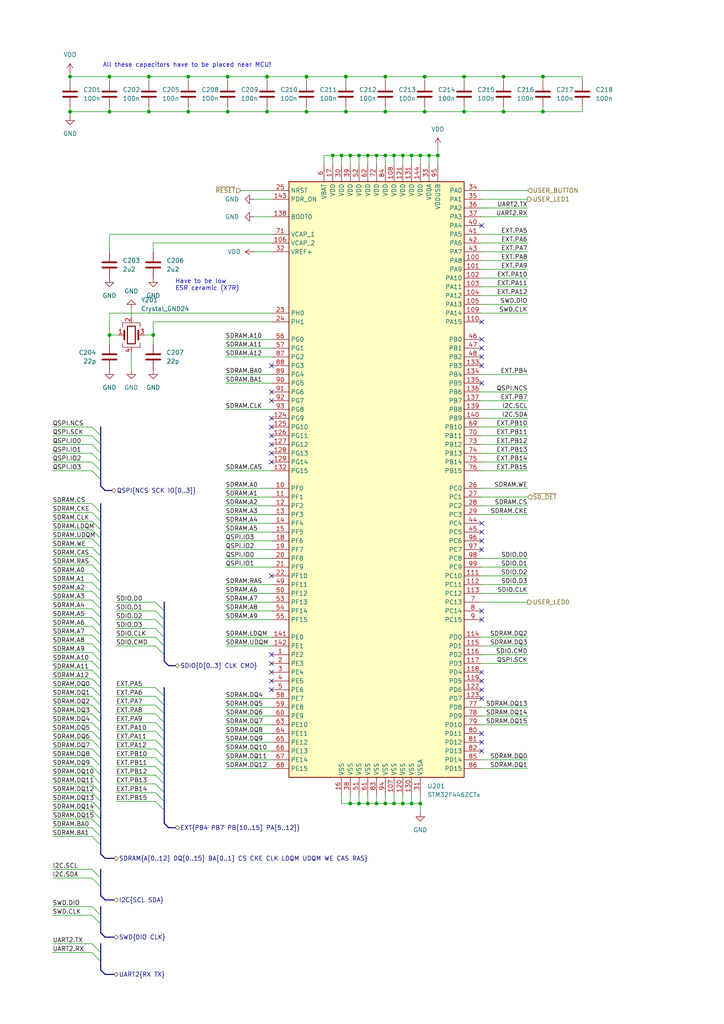
<source format=kicad_sch>
(kicad_sch (version 20211123) (generator eeschema)
  (paper "A4" portrait)
  (title_block (title "STLinux") (date "2022-11-10") (rev "1"))
  (junction (at 111.76 233.045))
  (junction (at 119.38 233.045))
  (junction (at 54.61 22.225))
  (junction (at 31.75 32.385))
  (junction (at 101.6 45.085))
  (junction (at 77.47 22.225))
  (junction (at 111.76 22.225))
  (junction (at 157.48 22.225))
  (junction (at 66.04 32.385))
  (junction (at 99.06 45.085))
  (junction (at 101.6 233.045))
  (junction (at 123.19 32.385))
  (junction (at 96.52 45.085))
  (junction (at 20.32 22.225))
  (junction (at 66.04 22.225))
  (junction (at 31.75 97.155))
  (junction (at 134.62 22.225))
  (junction (at 43.18 32.385))
  (junction (at 106.68 233.045))
  (junction (at 157.48 32.385))
  (junction (at 77.47 32.385))
  (junction (at 100.33 32.385))
  (junction (at 88.9 32.385))
  (junction (at 104.14 233.045))
  (junction (at 43.18 22.225))
  (junction (at 146.05 32.385))
  (junction (at 109.22 233.045))
  (junction (at 116.84 233.045))
  (junction (at 121.92 45.085))
  (junction (at 104.14 45.085))
  (junction (at 127 45.085))
  (junction (at 146.05 22.225))
  (junction (at 44.45 97.155))
  (junction (at 109.22 45.085))
  (junction (at 88.9 22.225))
  (junction (at 54.61 32.385))
  (junction (at 20.32 32.385))
  (junction (at 123.19 22.225))
  (junction (at 114.3 233.045))
  (junction (at 111.76 32.385))
  (junction (at 106.68 45.085))
  (junction (at 124.46 45.085))
  (junction (at 121.92 233.045))
  (junction (at 100.33 22.225))
  (junction (at 114.3 45.085))
  (junction (at 116.84 45.085))
  (junction (at 134.62 32.385))
  (junction (at 119.38 45.085))
  (junction (at 111.76 45.085))
  (junction (at 31.75 22.225))
  (no_connect (at 78.74 123.825))
  (no_connect (at 78.74 133.985))
  (no_connect (at 78.74 189.865))
  (no_connect (at 139.7 103.505))
  (no_connect (at 139.7 65.405))
  (no_connect (at 139.7 156.845))
  (no_connect (at 139.7 179.705))
  (no_connect (at 139.7 106.045))
  (no_connect (at 78.74 113.665))
  (no_connect (at 78.74 128.905))
  (no_connect (at 78.74 121.285))
  (no_connect (at 139.7 100.965))
  (no_connect (at 78.74 116.205))
  (no_connect (at 139.7 200.025))
  (no_connect (at 139.7 217.805))
  (no_connect (at 78.74 194.945))
  (no_connect (at 139.7 98.425))
  (no_connect (at 139.7 111.125))
  (no_connect (at 78.74 126.365))
  (no_connect (at 78.74 192.405))
  (no_connect (at 139.7 151.765))
  (no_connect (at 139.7 93.345))
  (no_connect (at 139.7 177.165))
  (no_connect (at 78.74 197.485))
  (no_connect (at 139.7 159.385))
  (no_connect (at 78.74 106.045))
  (no_connect (at 139.7 202.565))
  (no_connect (at 78.74 200.025))
  (no_connect (at 139.7 194.945))
  (no_connect (at 139.7 215.265))
  (no_connect (at 78.74 131.445))
  (no_connect (at 139.7 197.485))
  (no_connect (at 139.7 154.305))
  (no_connect (at 139.7 212.725))
  (no_connect (at 78.74 167.005))
  (bus_entry (at 26.67 191.77) (size 2.54 2.54))
  (bus_entry (at 26.67 227.33) (size 2.54 2.54))
  (bus_entry (at 26.67 222.25) (size 2.54 2.54))
  (bus_entry (at 45.085 232.41) (size 2.54 2.54))
  (bus_entry (at 26.67 217.17) (size 2.54 2.54))
  (bus_entry (at 26.67 181.61) (size 2.54 2.54))
  (bus_entry (at 26.67 229.87) (size 2.54 2.54))
  (bus_entry (at 26.67 168.91) (size 2.54 2.54))
  (bus_entry (at 45.085 209.55) (size 2.54 2.54))
  (bus_entry (at 26.67 194.31) (size 2.54 2.54))
  (bus_entry (at 45.085 201.93) (size 2.54 2.54))
  (bus_entry (at 26.67 232.41) (size 2.54 2.54))
  (bus_entry (at 26.67 242.57) (size 2.54 2.54))
  (bus_entry (at 26.67 254.635) (size 2.54 2.54))
  (bus_entry (at 26.67 204.47) (size 2.54 2.54))
  (bus_entry (at 26.67 224.79) (size 2.54 2.54))
  (bus_entry (at 45.085 214.63) (size 2.54 2.54))
  (bus_entry (at 26.67 176.53) (size 2.54 2.54))
  (bus_entry (at 26.67 163.83) (size 2.54 2.54))
  (bus_entry (at 26.67 252.095) (size 2.54 2.54))
  (bus_entry (at 26.67 173.99) (size 2.54 2.54))
  (bus_entry (at 45.085 217.17) (size 2.54 2.54))
  (bus_entry (at 26.67 184.15) (size 2.54 2.54))
  (bus_entry (at 45.085 199.39) (size 2.54 2.54))
  (bus_entry (at 26.67 161.29) (size 2.54 2.54))
  (bus_entry (at 45.085 179.705) (size 2.54 2.54))
  (bus_entry (at 45.085 227.33) (size 2.54 2.54))
  (bus_entry (at 26.67 209.55) (size 2.54 2.54))
  (bus_entry (at 26.67 153.67) (size 2.54 2.54))
  (bus_entry (at 45.085 219.71) (size 2.54 2.54))
  (bus_entry (at 26.67 276.225) (size 2.54 2.54))
  (bus_entry (at 26.67 219.71) (size 2.54 2.54))
  (bus_entry (at 26.67 240.03) (size 2.54 2.54))
  (bus_entry (at 26.67 201.93) (size 2.54 2.54))
  (bus_entry (at 45.085 177.165) (size 2.54 2.54))
  (bus_entry (at 45.085 187.325) (size 2.54 2.54))
  (bus_entry (at 45.085 204.47) (size 2.54 2.54))
  (bus_entry (at 26.67 196.85) (size 2.54 2.54))
  (bus_entry (at 26.67 158.75) (size 2.54 2.54))
  (bus_entry (at 26.67 133.985) (size 2.54 2.54))
  (bus_entry (at 26.67 179.07) (size 2.54 2.54))
  (bus_entry (at 26.67 151.13) (size 2.54 2.54))
  (bus_entry (at 26.67 166.37) (size 2.54 2.54))
  (bus_entry (at 26.67 146.05) (size 2.54 2.54))
  (bus_entry (at 26.67 148.59) (size 2.54 2.54))
  (bus_entry (at 29.21 126.365) (size -2.54 -2.54))
  (bus_entry (at 26.67 156.21) (size 2.54 2.54))
  (bus_entry (at 45.085 212.09) (size 2.54 2.54))
  (bus_entry (at 45.085 224.79) (size 2.54 2.54))
  (bus_entry (at 45.085 174.625) (size 2.54 2.54))
  (bus_entry (at 26.67 207.01) (size 2.54 2.54))
  (bus_entry (at 45.085 222.25) (size 2.54 2.54))
  (bus_entry (at 26.67 199.39) (size 2.54 2.54))
  (bus_entry (at 45.085 229.87) (size 2.54 2.54))
  (bus_entry (at 26.67 136.525) (size 2.54 2.54))
  (bus_entry (at 26.67 265.43) (size 2.54 2.54))
  (bus_entry (at 26.67 214.63) (size 2.54 2.54))
  (bus_entry (at 26.67 262.89) (size 2.54 2.54))
  (bus_entry (at 47.625 209.55) (size -2.54 -2.54))
  (bus_entry (at 26.67 186.69) (size 2.54 2.54))
  (bus_entry (at 45.085 184.785) (size 2.54 2.54))
  (bus_entry (at 26.67 273.685) (size 2.54 2.54))
  (bus_entry (at 26.67 237.49) (size 2.54 2.54))
  (bus_entry (at 29.21 128.905) (size -2.54 -2.54))
  (bus_entry (at 26.67 128.905) (size 2.54 2.54))
  (bus_entry (at 26.67 131.445) (size 2.54 2.54))
  (bus_entry (at 26.67 171.45) (size 2.54 2.54))
  (bus_entry (at 26.67 234.95) (size 2.54 2.54))
  (bus_entry (at 26.67 212.09) (size 2.54 2.54))
  (bus_entry (at 26.67 189.23) (size 2.54 2.54))
  (bus_entry (at 45.085 182.245) (size 2.54 2.54))
  (wire (pts (xy 139.7 169.545) (xy 153.035 169.545)))
  (wire (pts (xy 15.24 227.33) (xy 26.67 227.33)))
  (wire (pts (xy 15.24 191.77) (xy 26.67 191.77)))
  (bus (pts (xy 30.48 282.575) (xy 33.02 282.575)))
  (wire (pts (xy 139.7 55.245) (xy 153.035 55.245)))
  (wire (pts (xy 111.76 230.505) (xy 111.76 233.045)))
  (wire (pts (xy 65.405 212.725) (xy 78.74 212.725)))
  (wire (pts (xy 15.24 234.95) (xy 26.67 234.95)))
  (wire (pts (xy 123.19 22.225) (xy 123.19 23.495)))
  (wire (pts (xy 116.84 230.505) (xy 116.84 233.045)))
  (wire (pts (xy 139.7 187.325) (xy 153.035 187.325)))
  (wire (pts (xy 100.33 22.225) (xy 111.76 22.225)))
  (wire (pts (xy 15.24 212.09) (xy 26.67 212.09)))
  (wire (pts (xy 66.04 32.385) (xy 77.47 32.385)))
  (wire (pts (xy 139.7 131.445) (xy 153.035 131.445)))
  (wire (pts (xy 124.46 45.085) (xy 124.46 47.625)))
  (wire (pts (xy 15.24 262.89) (xy 26.67 262.89)))
  (wire (pts (xy 26.67 153.67) (xy 15.24 153.67)))
  (wire (pts (xy 139.7 70.485) (xy 153.035 70.485)))
  (bus (pts (xy 29.21 153.67) (xy 29.21 156.21)))
  (bus (pts (xy 47.625 222.25) (xy 47.625 224.79)))
  (wire (pts (xy 100.33 32.385) (xy 111.76 32.385)))
  (bus (pts (xy 29.21 191.77) (xy 29.21 194.31)))
  (bus (pts (xy 29.21 176.53) (xy 29.21 179.07)))
  (wire (pts (xy 146.05 31.115) (xy 146.05 32.385)))
  (wire (pts (xy 139.7 88.265) (xy 153.035 88.265)))
  (wire (pts (xy 33.655 187.325) (xy 45.085 187.325)))
  (wire (pts (xy 139.7 128.905) (xy 153.035 128.905)))
  (wire (pts (xy 65.405 202.565) (xy 78.74 202.565)))
  (wire (pts (xy 139.7 67.945) (xy 153.035 67.945)))
  (wire (pts (xy 96.52 45.085) (xy 99.06 45.085)))
  (wire (pts (xy 101.6 230.505) (xy 101.6 233.045)))
  (wire (pts (xy 109.22 45.085) (xy 111.76 45.085)))
  (wire (pts (xy 116.84 45.085) (xy 119.38 45.085)))
  (bus (pts (xy 29.21 234.95) (xy 29.21 237.49)))
  (bus (pts (xy 29.21 245.11) (xy 29.21 247.65)))
  (bus (pts (xy 29.21 207.01) (xy 29.21 209.55)))
  (bus (pts (xy 47.625 182.245) (xy 47.625 184.785)))
  (wire (pts (xy 157.48 32.385) (xy 168.91 32.385)))
  (bus (pts (xy 29.21 199.39) (xy 29.21 201.93)))
  (bus (pts (xy 29.21 227.33) (xy 29.21 229.87)))
  (bus (pts (xy 29.21 270.51) (xy 30.48 271.78)))
  (wire (pts (xy 33.655 184.785) (xy 45.085 184.785)))
  (wire (pts (xy 26.67 156.21) (xy 15.24 156.21)))
  (wire (pts (xy 104.14 45.085) (xy 106.68 45.085)))
  (wire (pts (xy 78.74 67.945) (xy 31.75 67.945)))
  (wire (pts (xy 65.405 184.785) (xy 78.74 184.785)))
  (wire (pts (xy 43.18 22.225) (xy 54.61 22.225)))
  (bus (pts (xy 47.625 207.01) (xy 47.625 209.55)))
  (wire (pts (xy 139.7 116.205) (xy 153.035 116.205)))
  (wire (pts (xy 157.48 22.225) (xy 157.48 23.495)))
  (bus (pts (xy 29.21 254.635) (xy 29.21 257.175)))
  (wire (pts (xy 139.7 167.005) (xy 153.035 167.005)))
  (wire (pts (xy 134.62 32.385) (xy 146.05 32.385)))
  (wire (pts (xy 33.655 209.55) (xy 45.085 209.55)))
  (wire (pts (xy 15.24 136.525) (xy 26.67 136.525)))
  (wire (pts (xy 15.24 146.05) (xy 26.67 146.05)))
  (bus (pts (xy 29.21 171.45) (xy 29.21 173.99)))
  (wire (pts (xy 106.68 45.085) (xy 109.22 45.085)))
  (bus (pts (xy 29.21 139.065) (xy 29.21 140.97)))
  (wire (pts (xy 134.62 31.115) (xy 134.62 32.385)))
  (bus (pts (xy 29.21 186.69) (xy 29.21 189.23)))
  (wire (pts (xy 15.24 176.53) (xy 26.67 176.53)))
  (wire (pts (xy 20.32 31.115) (xy 20.32 32.385)))
  (wire (pts (xy 73.66 73.025) (xy 78.74 73.025)))
  (wire (pts (xy 26.67 151.13) (xy 15.24 151.13)))
  (wire (pts (xy 121.92 45.085) (xy 124.46 45.085)))
  (bus (pts (xy 47.625 227.33) (xy 47.625 229.87)))
  (wire (pts (xy 15.24 181.61) (xy 26.67 181.61)))
  (wire (pts (xy 43.18 31.115) (xy 43.18 32.385)))
  (wire (pts (xy 111.76 233.045) (xy 114.3 233.045)))
  (bus (pts (xy 29.21 273.685) (xy 29.21 276.225)))
  (wire (pts (xy 65.405 146.685) (xy 78.74 146.685)))
  (wire (pts (xy 65.405 108.585) (xy 78.74 108.585)))
  (bus (pts (xy 48.895 193.04) (xy 50.8 193.04)))
  (wire (pts (xy 157.48 31.115) (xy 157.48 32.385)))
  (wire (pts (xy 66.04 31.115) (xy 66.04 32.385)))
  (wire (pts (xy 139.7 78.105) (xy 153.035 78.105)))
  (bus (pts (xy 47.625 212.09) (xy 47.625 214.63)))
  (wire (pts (xy 15.24 273.685) (xy 26.67 273.685)))
  (wire (pts (xy 139.7 210.185) (xy 153.035 210.185)))
  (wire (pts (xy 139.7 146.685) (xy 153.035 146.685)))
  (wire (pts (xy 99.06 45.085) (xy 99.06 47.625)))
  (wire (pts (xy 139.7 222.885) (xy 153.035 222.885)))
  (bus (pts (xy 29.21 217.17) (xy 29.21 219.71)))
  (wire (pts (xy 139.7 189.865) (xy 153.035 189.865)))
  (wire (pts (xy 139.7 121.285) (xy 153.035 121.285)))
  (wire (pts (xy 106.68 230.505) (xy 106.68 233.045)))
  (bus (pts (xy 29.21 229.87) (xy 29.21 232.41)))
  (wire (pts (xy 44.45 70.485) (xy 44.45 73.025)))
  (bus (pts (xy 47.625 204.47) (xy 47.625 207.01)))
  (wire (pts (xy 78.74 70.485) (xy 44.45 70.485)))
  (wire (pts (xy 65.405 222.885) (xy 78.74 222.885)))
  (bus (pts (xy 47.625 174.625) (xy 47.625 177.165)))
  (wire (pts (xy 44.45 93.345) (xy 78.74 93.345)))
  (wire (pts (xy 15.24 214.63) (xy 26.67 214.63)))
  (wire (pts (xy 121.92 45.085) (xy 121.92 47.625)))
  (wire (pts (xy 33.655 177.165) (xy 45.085 177.165)))
  (wire (pts (xy 65.405 174.625) (xy 78.74 174.625)))
  (bus (pts (xy 29.21 148.59) (xy 29.21 151.13)))
  (wire (pts (xy 15.24 186.69) (xy 26.67 186.69)))
  (wire (pts (xy 26.67 161.29) (xy 15.24 161.29)))
  (wire (pts (xy 38.1 102.235) (xy 38.1 107.315)))
  (wire (pts (xy 15.24 209.55) (xy 26.67 209.55)))
  (wire (pts (xy 77.47 31.115) (xy 77.47 32.385)))
  (wire (pts (xy 65.405 111.125) (xy 78.74 111.125)))
  (wire (pts (xy 77.47 32.385) (xy 88.9 32.385)))
  (bus (pts (xy 29.21 257.175) (xy 29.21 259.715)))
  (wire (pts (xy 139.7 83.185) (xy 153.035 83.185)))
  (wire (pts (xy 65.405 164.465) (xy 78.74 164.465)))
  (wire (pts (xy 121.92 233.045) (xy 121.92 235.585)))
  (wire (pts (xy 88.9 22.225) (xy 88.9 23.495)))
  (wire (pts (xy 65.405 118.745) (xy 78.74 118.745)))
  (wire (pts (xy 101.6 45.085) (xy 104.14 45.085)))
  (wire (pts (xy 20.32 32.385) (xy 20.32 33.655)))
  (wire (pts (xy 15.24 133.985) (xy 26.67 133.985)))
  (wire (pts (xy 31.75 22.225) (xy 43.18 22.225)))
  (bus (pts (xy 29.21 222.25) (xy 29.21 224.79)))
  (bus (pts (xy 29.21 126.365) (xy 29.21 128.905)))
  (wire (pts (xy 65.405 177.165) (xy 78.74 177.165)))
  (wire (pts (xy 65.405 156.845) (xy 78.74 156.845)))
  (wire (pts (xy 101.6 233.045) (xy 104.14 233.045)))
  (wire (pts (xy 26.67 148.59) (xy 15.24 148.59)))
  (wire (pts (xy 26.67 163.83) (xy 15.24 163.83)))
  (wire (pts (xy 119.38 45.085) (xy 121.92 45.085)))
  (wire (pts (xy 31.75 31.115) (xy 31.75 32.385)))
  (wire (pts (xy 65.405 172.085) (xy 78.74 172.085)))
  (bus (pts (xy 48.895 240.03) (xy 50.8 240.03)))
  (wire (pts (xy 33.655 224.79) (xy 45.085 224.79)))
  (wire (pts (xy 111.76 45.085) (xy 111.76 47.625)))
  (wire (pts (xy 65.405 207.645) (xy 78.74 207.645)))
  (bus (pts (xy 29.21 237.49) (xy 29.21 240.03)))
  (wire (pts (xy 139.7 164.465) (xy 153.035 164.465)))
  (wire (pts (xy 134.62 22.225) (xy 134.62 23.495)))
  (bus (pts (xy 47.625 191.77) (xy 48.895 193.04)))
  (bus (pts (xy 47.625 189.865) (xy 47.625 191.77)))
  (wire (pts (xy 65.405 144.145) (xy 78.74 144.145)))
  (wire (pts (xy 31.75 32.385) (xy 43.18 32.385)))
  (wire (pts (xy 77.47 22.225) (xy 77.47 23.495)))
  (wire (pts (xy 65.405 154.305) (xy 78.74 154.305)))
  (wire (pts (xy 100.33 22.225) (xy 100.33 23.495)))
  (bus (pts (xy 29.21 252.095) (xy 29.21 254.635)))
  (wire (pts (xy 127 42.545) (xy 127 45.085)))
  (wire (pts (xy 15.24 237.49) (xy 26.67 237.49)))
  (bus (pts (xy 29.21 151.13) (xy 29.21 153.67)))
  (bus (pts (xy 47.625 232.41) (xy 47.625 234.95)))
  (wire (pts (xy 88.9 32.385) (xy 100.33 32.385)))
  (wire (pts (xy 31.75 99.695) (xy 31.75 97.155)))
  (wire (pts (xy 139.7 126.365) (xy 153.035 126.365)))
  (wire (pts (xy 15.24 242.57) (xy 26.67 242.57)))
  (bus (pts (xy 47.625 199.39) (xy 47.625 201.93)))
  (wire (pts (xy 65.405 98.425) (xy 78.74 98.425)))
  (wire (pts (xy 139.7 184.785) (xy 153.035 184.785)))
  (bus (pts (xy 29.21 214.63) (xy 29.21 217.17)))
  (bus (pts (xy 29.21 276.225) (xy 29.21 278.765)))
  (wire (pts (xy 54.61 32.385) (xy 66.04 32.385)))
  (wire (pts (xy 139.7 133.985) (xy 153.035 133.985)))
  (wire (pts (xy 31.75 97.155) (xy 34.29 97.155)))
  (bus (pts (xy 30.48 142.24) (xy 32.385 142.24)))
  (wire (pts (xy 139.7 113.665) (xy 153.035 113.665)))
  (wire (pts (xy 139.7 73.025) (xy 153.035 73.025)))
  (wire (pts (xy 15.24 265.43) (xy 26.67 265.43)))
  (wire (pts (xy 69.85 55.245) (xy 78.74 55.245)))
  (wire (pts (xy 139.7 90.805) (xy 153.035 90.805)))
  (wire (pts (xy 123.19 31.115) (xy 123.19 32.385)))
  (wire (pts (xy 15.24 276.225) (xy 26.67 276.225)))
  (wire (pts (xy 77.47 22.225) (xy 88.9 22.225)))
  (wire (pts (xy 109.22 45.085) (xy 109.22 47.625)))
  (wire (pts (xy 15.24 252.095) (xy 26.67 252.095)))
  (wire (pts (xy 65.405 161.925) (xy 78.74 161.925)))
  (wire (pts (xy 33.655 201.93) (xy 45.085 201.93)))
  (bus (pts (xy 47.625 217.17) (xy 47.625 219.71)))
  (wire (pts (xy 73.66 62.865) (xy 78.74 62.865)))
  (wire (pts (xy 44.45 97.155) (xy 44.45 93.345)))
  (wire (pts (xy 104.14 233.045) (xy 106.68 233.045)))
  (wire (pts (xy 65.405 136.525) (xy 78.74 136.525)))
  (wire (pts (xy 99.06 233.045) (xy 101.6 233.045)))
  (wire (pts (xy 33.655 199.39) (xy 45.085 199.39)))
  (wire (pts (xy 15.24 173.99) (xy 26.67 173.99)))
  (bus (pts (xy 47.625 184.785) (xy 47.625 187.325)))
  (bus (pts (xy 30.48 260.985) (xy 33.02 260.985)))
  (bus (pts (xy 29.21 163.83) (xy 29.21 166.37)))
  (wire (pts (xy 104.14 45.085) (xy 104.14 47.625)))
  (bus (pts (xy 29.21 281.305) (xy 30.48 282.575)))
  (wire (pts (xy 65.405 210.185) (xy 78.74 210.185)))
  (bus (pts (xy 29.21 240.03) (xy 29.21 242.57)))
  (wire (pts (xy 15.24 201.93) (xy 26.67 201.93)))
  (wire (pts (xy 65.405 151.765) (xy 78.74 151.765)))
  (wire (pts (xy 65.405 220.345) (xy 78.74 220.345)))
  (bus (pts (xy 29.21 196.85) (xy 29.21 199.39)))
  (wire (pts (xy 15.24 222.25) (xy 26.67 222.25)))
  (bus (pts (xy 47.625 219.71) (xy 47.625 222.25)))
  (wire (pts (xy 111.76 22.225) (xy 111.76 23.495)))
  (wire (pts (xy 127 45.085) (xy 127 47.625)))
  (wire (pts (xy 15.24 217.17) (xy 26.67 217.17)))
  (wire (pts (xy 33.655 182.245) (xy 45.085 182.245)))
  (bus (pts (xy 29.21 209.55) (xy 29.21 212.09)))
  (wire (pts (xy 139.7 85.725) (xy 153.035 85.725)))
  (bus (pts (xy 30.48 271.78) (xy 33.02 271.78)))
  (bus (pts (xy 29.21 123.825) (xy 29.21 126.365)))
  (wire (pts (xy 65.405 215.265) (xy 78.74 215.265)))
  (wire (pts (xy 106.68 45.085) (xy 106.68 47.625)))
  (wire (pts (xy 44.45 99.695) (xy 44.45 97.155)))
  (wire (pts (xy 15.24 168.91) (xy 26.67 168.91)))
  (wire (pts (xy 119.38 45.085) (xy 119.38 47.625)))
  (bus (pts (xy 47.625 238.76) (xy 48.895 240.03)))
  (wire (pts (xy 139.7 172.085) (xy 153.035 172.085)))
  (bus (pts (xy 29.21 184.15) (xy 29.21 186.69)))
  (wire (pts (xy 146.05 22.225) (xy 157.48 22.225)))
  (bus (pts (xy 29.21 173.99) (xy 29.21 176.53)))
  (wire (pts (xy 139.7 207.645) (xy 153.035 207.645)))
  (wire (pts (xy 15.24 179.07) (xy 26.67 179.07)))
  (wire (pts (xy 65.405 217.805) (xy 78.74 217.805)))
  (wire (pts (xy 111.76 31.115) (xy 111.76 32.385)))
  (wire (pts (xy 33.655 214.63) (xy 45.085 214.63)))
  (wire (pts (xy 65.405 205.105) (xy 78.74 205.105)))
  (wire (pts (xy 20.32 22.225) (xy 31.75 22.225)))
  (wire (pts (xy 65.405 149.225) (xy 78.74 149.225)))
  (wire (pts (xy 99.06 230.505) (xy 99.06 233.045)))
  (bus (pts (xy 29.21 168.91) (xy 29.21 171.45)))
  (bus (pts (xy 47.625 187.325) (xy 47.625 189.865)))
  (wire (pts (xy 139.7 136.525) (xy 153.035 136.525)))
  (wire (pts (xy 139.7 174.625) (xy 153.035 174.625)))
  (wire (pts (xy 15.24 126.365) (xy 26.67 126.365)))
  (bus (pts (xy 47.625 177.165) (xy 47.625 179.705)))
  (wire (pts (xy 109.22 233.045) (xy 111.76 233.045)))
  (wire (pts (xy 20.32 32.385) (xy 31.75 32.385)))
  (wire (pts (xy 20.32 20.955) (xy 20.32 22.225)))
  (wire (pts (xy 121.92 230.505) (xy 121.92 233.045)))
  (wire (pts (xy 111.76 22.225) (xy 123.19 22.225)))
  (bus (pts (xy 29.21 204.47) (xy 29.21 207.01)))
  (wire (pts (xy 139.7 75.565) (xy 153.035 75.565)))
  (bus (pts (xy 29.21 156.21) (xy 29.21 158.75)))
  (bus (pts (xy 29.21 194.31) (xy 29.21 196.85)))
  (wire (pts (xy 15.24 196.85) (xy 26.67 196.85)))
  (wire (pts (xy 15.24 171.45) (xy 26.67 171.45)))
  (wire (pts (xy 116.84 233.045) (xy 119.38 233.045)))
  (wire (pts (xy 15.24 240.03) (xy 26.67 240.03)))
  (wire (pts (xy 15.24 254.635) (xy 26.67 254.635)))
  (bus (pts (xy 29.21 161.29) (xy 29.21 163.83)))
  (wire (pts (xy 33.655 212.09) (xy 45.085 212.09)))
  (wire (pts (xy 99.06 45.085) (xy 101.6 45.085)))
  (bus (pts (xy 29.21 140.97) (xy 30.48 142.24)))
  (bus (pts (xy 29.21 128.905) (xy 29.21 131.445)))
  (wire (pts (xy 139.7 161.925) (xy 153.035 161.925)))
  (wire (pts (xy 33.655 217.17) (xy 45.085 217.17)))
  (wire (pts (xy 20.32 23.495) (xy 20.32 22.225)))
  (wire (pts (xy 31.75 90.805) (xy 78.74 90.805)))
  (wire (pts (xy 54.61 22.225) (xy 66.04 22.225)))
  (wire (pts (xy 96.52 45.085) (xy 96.52 47.625)))
  (wire (pts (xy 168.91 22.225) (xy 168.91 23.495)))
  (bus (pts (xy 29.21 242.57) (xy 29.21 245.11)))
  (wire (pts (xy 123.19 22.225) (xy 134.62 22.225)))
  (wire (pts (xy 111.76 32.385) (xy 123.19 32.385)))
  (wire (pts (xy 15.24 123.825) (xy 26.67 123.825)))
  (wire (pts (xy 100.33 31.115) (xy 100.33 32.385)))
  (wire (pts (xy 15.24 199.39) (xy 26.67 199.39)))
  (bus (pts (xy 29.21 136.525) (xy 29.21 139.065)))
  (wire (pts (xy 33.655 222.25) (xy 45.085 222.25)))
  (bus (pts (xy 47.625 209.55) (xy 47.625 212.09)))
  (bus (pts (xy 29.21 166.37) (xy 29.21 168.91)))
  (wire (pts (xy 38.1 89.535) (xy 38.1 92.075)))
  (wire (pts (xy 139.7 60.325) (xy 153.035 60.325)))
  (wire (pts (xy 43.18 32.385) (xy 54.61 32.385)))
  (wire (pts (xy 157.48 22.225) (xy 168.91 22.225)))
  (wire (pts (xy 65.405 179.705) (xy 78.74 179.705)))
  (wire (pts (xy 33.655 207.01) (xy 45.085 207.01)))
  (bus (pts (xy 29.21 189.23) (xy 29.21 191.77)))
  (wire (pts (xy 139.7 141.605) (xy 153.035 141.605)))
  (wire (pts (xy 15.24 219.71) (xy 26.67 219.71)))
  (wire (pts (xy 139.7 108.585) (xy 153.035 108.585)))
  (wire (pts (xy 139.7 220.345) (xy 153.035 220.345)))
  (wire (pts (xy 114.3 45.085) (xy 116.84 45.085)))
  (bus (pts (xy 29.21 247.65) (xy 30.48 248.92)))
  (bus (pts (xy 29.21 259.715) (xy 30.48 260.985)))
  (bus (pts (xy 29.21 146.05) (xy 29.21 148.59)))
  (wire (pts (xy 139.7 118.745) (xy 153.035 118.745)))
  (bus (pts (xy 47.625 234.95) (xy 47.625 238.76)))
  (bus (pts (xy 47.625 224.79) (xy 47.625 227.33)))
  (wire (pts (xy 65.405 187.325) (xy 78.74 187.325)))
  (wire (pts (xy 114.3 230.505) (xy 114.3 233.045)))
  (wire (pts (xy 65.405 159.385) (xy 78.74 159.385)))
  (wire (pts (xy 119.38 233.045) (xy 121.92 233.045)))
  (bus (pts (xy 29.21 179.07) (xy 29.21 181.61)))
  (wire (pts (xy 139.7 205.105) (xy 153.035 205.105)))
  (wire (pts (xy 33.655 232.41) (xy 45.085 232.41)))
  (wire (pts (xy 123.19 32.385) (xy 134.62 32.385)))
  (wire (pts (xy 139.7 80.645) (xy 153.035 80.645)))
  (wire (pts (xy 111.76 45.085) (xy 114.3 45.085)))
  (wire (pts (xy 15.24 232.41) (xy 26.67 232.41)))
  (wire (pts (xy 65.405 169.545) (xy 78.74 169.545)))
  (bus (pts (xy 29.21 181.61) (xy 29.21 184.15)))
  (wire (pts (xy 54.61 22.225) (xy 54.61 23.495)))
  (wire (pts (xy 33.655 179.705) (xy 45.085 179.705)))
  (wire (pts (xy 88.9 31.115) (xy 88.9 32.385)))
  (wire (pts (xy 65.405 100.965) (xy 78.74 100.965)))
  (wire (pts (xy 104.14 230.505) (xy 104.14 233.045)))
  (wire (pts (xy 65.405 141.605) (xy 78.74 141.605)))
  (wire (pts (xy 31.75 67.945) (xy 31.75 73.025)))
  (wire (pts (xy 15.24 166.37) (xy 26.67 166.37)))
  (bus (pts (xy 29.21 219.71) (xy 29.21 222.25)))
  (wire (pts (xy 66.04 22.225) (xy 77.47 22.225)))
  (wire (pts (xy 26.67 158.75) (xy 15.24 158.75)))
  (bus (pts (xy 29.21 201.93) (xy 29.21 204.47)))
  (bus (pts (xy 29.21 267.97) (xy 29.21 270.51)))
  (wire (pts (xy 139.7 192.405) (xy 153.035 192.405)))
  (wire (pts (xy 66.04 22.225) (xy 66.04 23.495)))
  (wire (pts (xy 139.7 144.145) (xy 153.035 144.145)))
  (wire (pts (xy 101.6 45.085) (xy 101.6 47.625)))
  (bus (pts (xy 30.48 248.92) (xy 33.02 248.92)))
  (wire (pts (xy 134.62 22.225) (xy 146.05 22.225)))
  (bus (pts (xy 47.625 179.705) (xy 47.625 182.245)))
  (wire (pts (xy 168.91 31.115) (xy 168.91 32.385)))
  (bus (pts (xy 47.625 201.93) (xy 47.625 204.47)))
  (bus (pts (xy 29.21 131.445) (xy 29.21 133.985)))
  (bus (pts (xy 47.625 214.63) (xy 47.625 217.17)))
  (wire (pts (xy 109.22 230.505) (xy 109.22 233.045)))
  (wire (pts (xy 139.7 62.865) (xy 153.035 62.865)))
  (bus (pts (xy 47.625 229.87) (xy 47.625 232.41)))
  (bus (pts (xy 29.21 232.41) (xy 29.21 234.95)))
  (wire (pts (xy 15.24 207.01) (xy 26.67 207.01)))
  (wire (pts (xy 15.24 128.905) (xy 26.67 128.905)))
  (wire (pts (xy 43.18 22.225) (xy 43.18 23.495)))
  (wire (pts (xy 33.655 229.87) (xy 45.085 229.87)))
  (wire (pts (xy 119.38 230.505) (xy 119.38 233.045)))
  (wire (pts (xy 33.655 227.33) (xy 45.085 227.33)))
  (wire (pts (xy 106.68 233.045) (xy 109.22 233.045)))
  (wire (pts (xy 15.24 204.47) (xy 26.67 204.47)))
  (wire (pts (xy 114.3 233.045) (xy 116.84 233.045)))
  (wire (pts (xy 54.61 31.115) (xy 54.61 32.385)))
  (bus (pts (xy 29.21 212.09) (xy 29.21 214.63)))
  (wire (pts (xy 41.91 97.155) (xy 44.45 97.155)))
  (wire (pts (xy 93.98 45.085) (xy 96.52 45.085)))
  (wire (pts (xy 88.9 22.225) (xy 100.33 22.225)))
  (bus (pts (xy 29.21 262.89) (xy 29.21 265.43)))
  (wire (pts (xy 33.655 204.47) (xy 45.085 204.47)))
  (wire (pts (xy 31.75 97.155) (xy 31.75 90.805)))
  (wire (pts (xy 146.05 22.225) (xy 146.05 23.495)))
  (wire (pts (xy 15.24 189.23) (xy 26.67 189.23)))
  (wire (pts (xy 116.84 45.085) (xy 116.84 47.625)))
  (wire (pts (xy 139.7 123.825) (xy 153.035 123.825)))
  (wire (pts (xy 15.24 229.87) (xy 26.67 229.87)))
  (wire (pts (xy 124.46 45.085) (xy 127 45.085)))
  (wire (pts (xy 114.3 45.085) (xy 114.3 47.625)))
  (wire (pts (xy 93.98 47.625) (xy 93.98 45.085)))
  (wire (pts (xy 15.24 224.79) (xy 26.67 224.79)))
  (wire (pts (xy 31.75 22.225) (xy 31.75 23.495)))
  (wire (pts (xy 15.24 184.15) (xy 26.67 184.15)))
  (wire (pts (xy 33.655 219.71) (xy 45.085 219.71)))
  (bus (pts (xy 29.21 224.79) (xy 29.21 227.33)))
  (wire (pts (xy 33.655 174.625) (xy 45.085 174.625)))
  (bus (pts (xy 29.21 133.985) (xy 29.21 136.525)))
  (bus (pts (xy 29.21 265.43) (xy 29.21 267.97)))
  (bus (pts (xy 29.21 278.765) (xy 29.21 281.305)))
  (wire (pts (xy 73.66 57.785) (xy 78.74 57.785)))
  (wire (pts (xy 15.24 131.445) (xy 26.67 131.445)))
  (bus (pts (xy 29.21 158.75) (xy 29.21 161.29)))
  (wire (pts (xy 139.7 57.785) (xy 153.035 57.785)))
  (wire (pts (xy 65.405 103.505) (xy 78.74 103.505)))
  (wire (pts (xy 139.7 149.225) (xy 153.035 149.225)))
  (wire (pts (xy 15.24 194.31) (xy 26.67 194.31)))
  (wire (pts (xy 146.05 32.385) (xy 157.48 32.385)))
  (text "Have to be low\nESR ceramic (X7R)" (at 50.8 84.455 0) (effects (font (size 1.27 1.27)) (justify left bottom)))
  (text "All these capacitors have to be placed near MCU!" (at 78.74 19.685 180) (effects (font (size 1.27 1.27)) (justify right bottom)))
  (label "SDIO.D1" (at 33.655 177.165 0))
  (label "SDRAM.A0" (at 65.405 141.605 0))
  (label "SDRAM.A1" (at 15.24 168.91 0))
  (label "SDRAM.BA0" (at 65.405 108.585 0))
  (label "EXT.PB14" (at 33.655 229.87 0))
  (label "SDRAM.RAS" (at 15.24 163.83 0))
  (label "SDRAM.DQ5" (at 15.24 212.09 0))
  (label "SDRAM.DQ15" (at 15.24 237.49 0))
  (label "EXT.PB10" (at 33.655 219.71 0))
  (label "SDRAM.LDQM" (at 15.24 153.67 0))
  (label "SDRAM.DQ11" (at 65.405 220.345 0))
  (label "EXT.PA5" (at 33.655 199.39 0))
  (label "EXT.PB11" (at 33.655 222.25 0))
  (label "EXT.PB15" (at 153.035 136.525 180))
  (label "SDRAM.DQ3" (at 153.035 187.325 180))
  (label "EXT.PA6" (at 33.655 201.93 0))
  (label "SDRAM.A0" (at 15.24 166.37 0))
  (label "SDRAM.DQ3" (at 15.24 207.01 0))
  (label "SDIO.D0" (at 153.035 161.925 180))
  (label "SDRAM.CAS" (at 15.24 161.29 0))
  (label "SDRAM.A12" (at 15.24 196.85 0))
  (label "SDRAM.BA0" (at 15.24 240.03 0))
  (label "SDRAM.CS" (at 153.035 146.685 180))
  (label "EXT.PA10" (at 33.655 212.09 0))
  (label "SDRAM.DQ4" (at 65.405 202.565 0))
  (label "QSPI.IO1" (at 65.405 164.465 0))
  (label "EXT.PA6" (at 153.035 70.485 180))
  (label "SDRAM.BA1" (at 65.405 111.125 0))
  (label "QSPI.SCK" (at 15.24 126.365 0))
  (label "SDRAM.A9" (at 15.24 189.23 0))
  (label "SDRAM.CKE" (at 153.035 149.225 180))
  (label "SDRAM.DQ10" (at 15.24 224.79 0))
  (label "SDRAM.DQ10" (at 65.405 217.805 0))
  (label "SDRAM.CAS" (at 65.405 136.525 0))
  (label "SDRAM.A9" (at 65.405 179.705 0))
  (label "QSPI.NCS" (at 153.035 113.665 180))
  (label "EXT.PB13" (at 153.035 131.445 180))
  (label "SDIO.CLK" (at 33.655 184.785 0))
  (label "SDRAM.CLK" (at 65.405 118.745 0))
  (label "EXT.PB12" (at 33.655 224.79 0))
  (label "SDRAM.WE" (at 15.24 158.75 0))
  (label "SDRAM.A5" (at 65.405 154.305 0))
  (label "SDIO.D3" (at 153.035 169.545 180))
  (label "QSPI.IO3" (at 15.24 136.525 0))
  (label "SDRAM.DQ13" (at 15.24 232.41 0))
  (label "EXT.PB14" (at 153.035 133.985 180))
  (label "SDRAM.DQ14" (at 153.035 207.645 180))
  (label "SDRAM.DQ13" (at 153.035 205.105 180))
  (label "SWD.DIO" (at 15.24 262.89 0))
  (label "EXT.PA10" (at 153.035 80.645 180))
  (label "SDRAM.CKE" (at 15.24 148.59 0))
  (label "SDRAM.DQ2" (at 15.24 204.47 0))
  (label "SDRAM.A8" (at 15.24 186.69 0))
  (label "SDRAM.A7" (at 65.405 174.625 0))
  (label "I2C.SCL" (at 153.035 118.745 180))
  (label "SDRAM.DQ15" (at 153.035 210.185 180))
  (label "UART2.RX" (at 153.035 62.865 180))
  (label "I2C.SDA" (at 15.24 254.635 0))
  (label "SDRAM.DQ11" (at 15.24 227.33 0))
  (label "SDRAM.LDQM" (at 65.405 184.785 0))
  (label "UART2.TX" (at 153.035 60.325 180))
  (label "EXT.PA7" (at 33.655 204.47 0))
  (label "SDRAM.A7" (at 15.24 184.15 0))
  (label "SDRAM.DQ12" (at 65.405 222.885 0))
  (label "I2C.SDA" (at 153.035 121.285 180))
  (label "QSPI.IO3" (at 65.405 156.845 0))
  (label "SDIO.D2" (at 153.035 167.005 180))
  (label "SDRAM.A4" (at 15.24 176.53 0))
  (label "SDRAM.A8" (at 65.405 177.165 0))
  (label "SDIO.CMD" (at 153.035 189.865 180))
  (label "SDRAM.DQ8" (at 65.405 212.725 0))
  (label "SDRAM.A3" (at 65.405 149.225 0))
  (label "SDRAM.A5" (at 15.24 179.07 0))
  (label "EXT.PB15" (at 33.655 232.41 0))
  (label "SDRAM.DQ1" (at 153.035 222.885 180))
  (label "SDRAM.DQ8" (at 15.24 219.71 0))
  (label "EXT.PA11" (at 33.655 214.63 0))
  (label "SDRAM.DQ0" (at 15.24 199.39 0))
  (label "SDRAM.DQ9" (at 65.405 215.265 0))
  (label "SDRAM.DQ7" (at 65.405 210.185 0))
  (label "SDRAM.DQ0" (at 153.035 220.345 180))
  (label "SDRAM.BA1" (at 15.24 242.57 0))
  (label "EXT.PA5" (at 153.035 67.945 180))
  (label "QSPI.IO0" (at 65.405 161.925 0))
  (label "QSPI.SCK" (at 153.035 192.405 180))
  (label "UART2.TX" (at 15.24 273.685 0))
  (label "SDRAM.DQ6" (at 15.24 214.63 0))
  (label "QSPI.IO0" (at 15.24 128.905 0))
  (label "SDRAM.CS" (at 15.24 146.05 0))
  (label "UART2.RX" (at 15.24 276.225 0))
  (label "EXT.PA9" (at 153.035 78.105 180))
  (label "SDRAM.A1" (at 65.405 144.145 0))
  (label "SDRAM.A10" (at 15.24 191.77 0))
  (label "SDRAM.DQ14" (at 15.24 234.95 0))
  (label "SDIO.D2" (at 33.655 179.705 0))
  (label "QSPI.IO1" (at 15.24 131.445 0))
  (label "SDRAM.UDQM" (at 15.24 156.21 0))
  (label "SDRAM.A6" (at 15.24 181.61 0))
  (label "SDRAM.DQ6" (at 65.405 207.645 0))
  (label "EXT.PB7" (at 153.035 116.205 180))
  (label "SDRAM.A4" (at 65.405 151.765 0))
  (label "SDIO.CMD" (at 33.655 187.325 0))
  (label "SDRAM.A2" (at 15.24 171.45 0))
  (label "SDRAM.RAS" (at 65.405 169.545 0))
  (label "SDRAM.DQ1" (at 15.24 201.93 0))
  (label "EXT.PA8" (at 153.035 75.565 180))
  (label "SDRAM.A11" (at 15.24 194.31 0))
  (label "EXT.PB12" (at 153.035 128.905 180))
  (label "SDIO.D0" (at 33.655 174.625 0))
  (label "QSPI.IO2" (at 15.24 133.985 0))
  (label "EXT.PA12" (at 33.655 217.17 0))
  (label "SDRAM.A3" (at 15.24 173.99 0))
  (label "SDRAM.WE" (at 153.035 141.605 180))
  (label "SDRAM.DQ7" (at 15.24 217.17 0))
  (label "QSPI.IO2" (at 65.405 159.385 0))
  (label "EXT.PA7" (at 153.035 73.025 180))
  (label "I2C.SCL" (at 15.24 252.095 0))
  (label "SDRAM.A10" (at 65.405 98.425 0))
  (label "SWD.CLK" (at 153.035 90.805 180))
  (label "QSPI.NCS" (at 15.24 123.825 0))
  (label "SDRAM.UDQM" (at 65.405 187.325 0))
  (label "EXT.PA9" (at 33.655 209.55 0))
  (label "SDRAM.DQ4" (at 15.24 209.55 0))
  (label "SDRAM.A11" (at 65.405 100.965 0))
  (label "SDRAM.A2" (at 65.405 146.685 0))
  (label "SDIO.D1" (at 153.035 164.465 180))
  (label "SDRAM.DQ12" (at 15.24 229.87 0))
  (label "EXT.PB11" (at 153.035 126.365 180))
  (label "SDRAM.DQ2" (at 153.035 184.785 180))
  (label "EXT.PB10" (at 153.035 123.825 180))
  (label "EXT.PA8" (at 33.655 207.01 0))
  (label "SDIO.CLK" (at 153.035 172.085 180))
  (label "SDRAM.DQ5" (at 65.405 205.105 0))
  (label "EXT.PA11" (at 153.035 83.185 180))
  (label "SDRAM.CLK" (at 15.24 151.13 0))
  (label "SDIO.D3" (at 33.655 182.245 0))
  (label "SDRAM.A12" (at 65.405 103.505 0))
  (label "SDRAM.A6" (at 65.405 172.085 0))
  (label "EXT.PB4" (at 153.035 108.585 180))
  (label "SWD.CLK" (at 15.24 265.43 0))
  (label "EXT.PB13" (at 33.655 227.33 0))
  (label "EXT.PA12" (at 153.035 85.725 180))
  (label "SDRAM.DQ9" (at 15.24 222.25 0))
  (label "SWD.DIO" (at 153.035 88.265 180))
  (hierarchical_label "SWD{DIO CLK}" (shape bidirectional) (at 33.02 271.78 0))
  (hierarchical_label "SDIO{D[0..3] CLK CMD}" (shape bidirectional) (at 50.8 193.04 0))
  (hierarchical_label "USER_LED1" (shape output) (at 153.035 57.785 0))
  (hierarchical_label "I2C{SCL SDA}" (shape bidirectional) (at 33.02 260.985 0))
  (hierarchical_label "EXT{PB4 PB7 PB[10..15] PA[5..12]}" (shape bidirectional) (at 50.8 240.03 0))
  (hierarchical_label "~{SD_DET}" (shape input) (at 153.035 144.145 0))
  (hierarchical_label "~{RESET}" (shape input) (at 69.85 55.245 180))
  (hierarchical_label "USER_LED0" (shape output) (at 153.035 174.625 0))
  (hierarchical_label "UART2{RX TX}" (shape bidirectional) (at 33.02 282.575 0))
  (hierarchical_label "USER_BUTTON" (shape input) (at 153.035 55.245 0))
  (hierarchical_label "QSPI{NCS SCK IO[0..3]}" (shape bidirectional) (at 32.385 142.24 0))
  (hierarchical_label "SDRAM{A[0..12] DQ[0..15] BA[0..1] CS CKE CLK LDQM UDQM WE CAS RAS}" (shape bidirectional) (at 33.02 248.92 0))
  (symbol (lib_id "Device:C") (at 20.32 27.305 0) (unit 1)
    (property "Reference" "C201" (at 24.13 26.0349 0) (effects (justify left)))
    (property "Value" "100n" (at 24.13 28.5749 0) (effects (justify left)))
    (property "Footprint" "Capacitor_SMD:C_0603_1608Metric_Pad1.08x0.95mm_HandSolder" (effects hide))
  )
  (symbol (lib_id "Device:C") (at 100.33 27.305 0) (unit 1)
    (property "Reference" "C212" (at 104.14 26.0349 0) (effects (justify left)))
    (property "Value" "100n" (at 104.14 28.5749 0) (effects (justify left)))
    (property "Footprint" "Capacitor_SMD:C_0603_1608Metric_Pad1.08x0.95mm_HandSolder" (effects hide))
  )
  (symbol (lib_id "power:GND") (at 44.45 107.315 0) (unit 1)
    (property "Reference" "#PWR0208" (effects hide))
    (property "Value" "GND" (at 44.45 112.395 0))
  )
  (symbol (lib_id "power:GND") (at 121.92 235.585 0) (unit 1)
    (property "Reference" "#PWR0212" (effects hide))
    (property "Value" "GND" (at 121.92 240.665 0))
  )
  (symbol (lib_id "MCU_ST_STM32F4:STM32F446ZCTx") (at 109.22 139.065 0) (unit 1)
    (property "Reference" "U201" (at 123.9394 227.965 0) (effects (justify left)))
    (property "Value" "STM32F446ZCTx" (at 123.9394 230.505 0) (effects (justify left)))
    (property "Footprint" "Package_QFP:LQFP-144_20x20mm_P0.5mm" (effects hide))
    (property "Datasheet" "http://www.st.com/st-web-ui/static/active/en/resource/technical/document/datasheet/DM00141306.pdf" (effects hide))
  )
  (symbol (lib_id "Device:C") (at 88.9 27.305 0) (unit 1)
    (property "Reference" "C211" (at 92.71 26.0349 0) (effects (justify left)))
    (property "Value" "100n" (at 92.71 28.5749 0) (effects (justify left)))
    (property "Footprint" "Capacitor_SMD:C_0603_1608Metric_Pad1.08x0.95mm_HandSolder" (effects hide))
  )
  (symbol (lib_id "Device:Crystal_GND24") (at 38.1 97.155 0) (unit 1)
    (property "Reference" "Y201" (at 40.8687 86.995 0) (effects (justify left)))
    (property "Value" "Crystal_GND24" (at 40.8687 89.535 0) (effects (justify left)))
    (property "Footprint" "Crystal:Crystal_SMD_3225-4Pin_3.2x2.5mm_HandSoldering" (effects hide))
    (property "Datasheet" "https://www.farnell.com/datasheets/2864166.pdf" (effects hide))
  )
  (symbol (lib_id "Device:C") (at 66.04 27.305 0) (unit 1)
    (property "Reference" "C209" (at 69.85 26.0349 0) (effects (justify left)))
    (property "Value" "100n" (at 69.85 28.5749 0) (effects (justify left)))
    (property "Footprint" "Capacitor_SMD:C_0603_1608Metric_Pad1.08x0.95mm_HandSolder" (effects hide))
  )
  (symbol (lib_id "Device:C") (at 123.19 27.305 0) (unit 1)
    (property "Reference" "C214" (at 127 26.0349 0) (effects (justify left)))
    (property "Value" "100n" (at 127 28.5749 0) (effects (justify left)))
    (property "Footprint" "Capacitor_SMD:C_0603_1608Metric_Pad1.08x0.95mm_HandSolder" (effects hide))
  )
  (symbol (lib_id "Device:C") (at 157.48 27.305 0) (unit 1)
    (property "Reference" "C217" (at 161.29 26.0349 0) (effects (justify left)))
    (property "Value" "100n" (at 161.29 28.5749 0) (effects (justify left)))
    (property "Footprint" "Capacitor_SMD:C_0603_1608Metric_Pad1.08x0.95mm_HandSolder" (effects hide))
  )
  (symbol (lib_id "Device:C") (at 77.47 27.305 0) (unit 1)
    (property "Reference" "C210" (at 81.28 26.0349 0) (effects (justify left)))
    (property "Value" "100n" (at 81.28 28.5749 0) (effects (justify left)))
    (property "Footprint" "Capacitor_SMD:C_0603_1608Metric_Pad1.08x0.95mm_HandSolder" (effects hide))
  )
  (symbol (lib_id "Device:C") (at 146.05 27.305 0) (unit 1)
    (property "Reference" "C216" (at 149.86 26.0349 0) (effects (justify left)))
    (property "Value" "100n" (at 149.86 28.5749 0) (effects (justify left)))
    (property "Footprint" "Capacitor_SMD:C_0603_1608Metric_Pad1.08x0.95mm_HandSolder" (effects hide))
  )
  (symbol (lib_id "power:GND") (at 44.45 80.645 0) (unit 1)
    (property "Reference" "#PWR0207" (effects hide))
    (property "Value" "GND" (at 44.45 85.725 0))
  )
  (symbol (lib_id "power:GND") (at 38.1 107.315 0) (unit 1)
    (property "Reference" "#PWR0206" (effects hide))
    (property "Value" "GND" (at 38.1 112.395 0))
  )
  (symbol (lib_id "Device:C") (at 43.18 27.305 0) (unit 1)
    (property "Reference" "C205" (at 46.99 26.0349 0) (effects (justify left)))
    (property "Value" "100n" (at 46.99 28.5749 0) (effects (justify left)))
    (property "Footprint" "Capacitor_SMD:C_0603_1608Metric_Pad1.08x0.95mm_HandSolder" (effects hide))
  )
  (symbol (lib_id "power:GND") (at 20.32 33.655 0) (unit 1)
    (property "Reference" "#PWR0202" (effects hide))
    (property "Value" "GND" (at 20.32 38.735 0))
  )
  (symbol (lib_id "Device:C") (at 31.75 27.305 0) (unit 1)
    (property "Reference" "C202" (at 35.56 26.0349 0) (effects (justify left)))
    (property "Value" "100n" (at 35.56 28.5749 0) (effects (justify left)))
    (property "Footprint" "Capacitor_SMD:C_0603_1608Metric_Pad1.08x0.95mm_HandSolder" (effects hide))
  )
  (symbol (lib_id "Device:C") (at 44.45 103.505 0) (unit 1)
    (property "Reference" "C207" (at 48.26 102.2349 0) (effects (justify left)))
    (property "Value" "22p" (at 48.26 104.7749 0) (effects (justify left)))
    (property "Footprint" "Capacitor_SMD:C_0603_1608Metric_Pad1.08x0.95mm_HandSolder" (effects hide))
  )
  (symbol (lib_id "Device:C") (at 31.75 76.835 0) (unit 1)
    (property "Reference" "C203" (at 35.56 75.5649 0) (effects (justify left)))
    (property "Value" "2u2" (at 35.56 78.1049 0) (effects (justify left)))
    (property "Footprint" "Capacitor_SMD:C_0603_1608Metric_Pad1.08x0.95mm_HandSolder" (effects hide))
  )
  (symbol (lib_id "power:GND") (at 73.66 57.785 270) (mirror x) (unit 1)
    (property "Reference" "#PWR0209" (effects hide))
    (property "Value" "GND" (at 67.31 57.785 90))
  )
  (symbol (lib_id "Device:C") (at 31.75 103.505 0) (unit 1)
    (property "Reference" "C204" (at 27.94 102.2349 0) (effects (justify right)))
    (property "Value" "22p" (at 27.94 104.7749 0) (effects (justify right)))
    (property "Footprint" "Capacitor_SMD:C_0603_1608Metric_Pad1.08x0.95mm_HandSolder" (effects hide))
  )
  (symbol (lib_id "Device:C") (at 44.45 76.835 0) (unit 1)
    (property "Reference" "C206" (at 48.26 75.5649 0) (effects (justify left)))
    (property "Value" "2u2" (at 48.26 78.1049 0) (effects (justify left)))
    (property "Footprint" "Capacitor_SMD:C_0603_1608Metric_Pad1.08x0.95mm_HandSolder" (effects hide))
  )
  (symbol (lib_id "power:GND") (at 31.75 107.315 0) (unit 1)
    (property "Reference" "#PWR0204" (effects hide))
    (property "Value" "GND" (at 31.75 112.395 0))
  )
  (symbol (lib_id "power:VDD") (at 127 42.545 0) (unit 1)
    (property "Reference" "#PWR0213" (effects hide))
    (property "Value" "VDD" (at 127 37.465 0))
  )
  (symbol (lib_id "power:VDD") (at 20.32 20.955 0) (unit 1)
    (property "Reference" "#PWR0201" (effects hide))
    (property "Value" "VDD" (at 20.32 15.875 0))
  )
  (symbol (lib_id "Device:C") (at 168.91 27.305 0) (unit 1)
    (property "Reference" "C218" (at 172.72 26.0349 0) (effects (justify left)))
    (property "Value" "100n" (at 172.72 28.5749 0) (effects (justify left)))
    (property "Footprint" "Capacitor_SMD:C_0603_1608Metric_Pad1.08x0.95mm_HandSolder" (effects hide))
  )
  (symbol (lib_id "power:VDD") (at 73.66 73.025 90) (unit 1)
    (property "Reference" "#PWR0211" (effects hide))
    (property "Value" "VDD" (at 69.85 73.0249 90) (effects (justify left)))
  )
  (symbol (lib_id "Device:C") (at 54.61 27.305 0) (unit 1)
    (property "Reference" "C208" (at 58.42 26.0349 0) (effects (justify left)))
    (property "Value" "100n" (at 58.42 28.5749 0) (effects (justify left)))
    (property "Footprint" "Capacitor_SMD:C_0603_1608Metric_Pad1.08x0.95mm_HandSolder" (effects hide))
  )
  (symbol (lib_id "power:GND") (at 73.66 62.865 270) (mirror x) (unit 1)
    (property "Reference" "#PWR0210" (effects hide))
    (property "Value" "GND" (at 67.31 62.865 90))
  )
  (symbol (lib_id "power:GND") (at 38.1 89.535 180) (unit 1)
    (property "Reference" "#PWR0205" (effects hide))
    (property "Value" "GND" (at 38.1 84.455 0))
  )
  (symbol (lib_id "Device:C") (at 134.62 27.305 0) (unit 1)
    (property "Reference" "C215" (at 138.43 26.0349 0) (effects (justify left)))
    (property "Value" "100n" (at 138.43 28.5749 0) (effects (justify left)))
    (property "Footprint" "Capacitor_SMD:C_0603_1608Metric_Pad1.08x0.95mm_HandSolder" (effects hide))
  )
  (symbol (lib_id "power:GND") (at 31.75 80.645 0) (unit 1)
    (property "Reference" "#PWR0203" (effects hide))
    (property "Value" "GND" (at 31.75 85.725 0))
  )
  (symbol (lib_id "Device:C") (at 111.76 27.305 0) (unit 1)
    (property "Reference" "C213" (at 115.57 26.0349 0) (effects (justify left)))
    (property "Value" "100n" (at 115.57 28.5749 0) (effects (justify left)))
    (property "Footprint" "Capacitor_SMD:C_0603_1608Metric_Pad1.08x0.95mm_HandSolder" (effects hide))
  )
)
</source>
